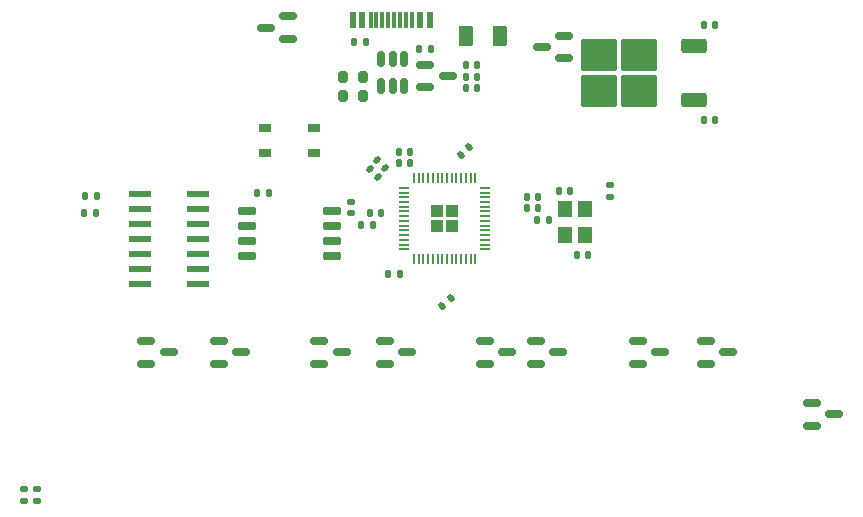
<source format=gbr>
%TF.GenerationSoftware,KiCad,Pcbnew,7.0.10*%
%TF.CreationDate,2024-03-02T05:30:57-08:00*%
%TF.ProjectId,Axion-Board,4178696f-6e2d-4426-9f61-72642e6b6963,rev?*%
%TF.SameCoordinates,Original*%
%TF.FileFunction,Paste,Top*%
%TF.FilePolarity,Positive*%
%FSLAX46Y46*%
G04 Gerber Fmt 4.6, Leading zero omitted, Abs format (unit mm)*
G04 Created by KiCad (PCBNEW 7.0.10) date 2024-03-02 05:30:57*
%MOMM*%
%LPD*%
G01*
G04 APERTURE LIST*
G04 Aperture macros list*
%AMRoundRect*
0 Rectangle with rounded corners*
0 $1 Rounding radius*
0 $2 $3 $4 $5 $6 $7 $8 $9 X,Y pos of 4 corners*
0 Add a 4 corners polygon primitive as box body*
4,1,4,$2,$3,$4,$5,$6,$7,$8,$9,$2,$3,0*
0 Add four circle primitives for the rounded corners*
1,1,$1+$1,$2,$3*
1,1,$1+$1,$4,$5*
1,1,$1+$1,$6,$7*
1,1,$1+$1,$8,$9*
0 Add four rect primitives between the rounded corners*
20,1,$1+$1,$2,$3,$4,$5,0*
20,1,$1+$1,$4,$5,$6,$7,0*
20,1,$1+$1,$6,$7,$8,$9,0*
20,1,$1+$1,$8,$9,$2,$3,0*%
G04 Aperture macros list end*
%ADD10RoundRect,0.135000X0.185000X-0.135000X0.185000X0.135000X-0.185000X0.135000X-0.185000X-0.135000X0*%
%ADD11RoundRect,0.150000X-0.587500X-0.150000X0.587500X-0.150000X0.587500X0.150000X-0.587500X0.150000X0*%
%ADD12RoundRect,0.140000X-0.021213X0.219203X-0.219203X0.021213X0.021213X-0.219203X0.219203X-0.021213X0*%
%ADD13RoundRect,0.140000X0.219203X0.021213X0.021213X0.219203X-0.219203X-0.021213X-0.021213X-0.219203X0*%
%ADD14RoundRect,0.150000X0.587500X0.150000X-0.587500X0.150000X-0.587500X-0.150000X0.587500X-0.150000X0*%
%ADD15RoundRect,0.200000X0.200000X0.275000X-0.200000X0.275000X-0.200000X-0.275000X0.200000X-0.275000X0*%
%ADD16RoundRect,0.150000X-0.650000X-0.150000X0.650000X-0.150000X0.650000X0.150000X-0.650000X0.150000X0*%
%ADD17RoundRect,0.250000X-0.375000X-0.625000X0.375000X-0.625000X0.375000X0.625000X-0.375000X0.625000X0*%
%ADD18RoundRect,0.250000X0.292217X-0.292217X0.292217X0.292217X-0.292217X0.292217X-0.292217X-0.292217X0*%
%ADD19RoundRect,0.050000X0.050000X-0.387500X0.050000X0.387500X-0.050000X0.387500X-0.050000X-0.387500X0*%
%ADD20RoundRect,0.050000X0.387500X-0.050000X0.387500X0.050000X-0.387500X0.050000X-0.387500X-0.050000X0*%
%ADD21RoundRect,0.140000X-0.140000X-0.170000X0.140000X-0.170000X0.140000X0.170000X-0.140000X0.170000X0*%
%ADD22RoundRect,0.140000X0.140000X0.170000X-0.140000X0.170000X-0.140000X-0.170000X0.140000X-0.170000X0*%
%ADD23RoundRect,0.135000X0.135000X0.185000X-0.135000X0.185000X-0.135000X-0.185000X0.135000X-0.185000X0*%
%ADD24RoundRect,0.135000X-0.135000X-0.185000X0.135000X-0.185000X0.135000X0.185000X-0.135000X0.185000X0*%
%ADD25RoundRect,0.150000X0.150000X-0.512500X0.150000X0.512500X-0.150000X0.512500X-0.150000X-0.512500X0*%
%ADD26RoundRect,0.140000X0.021213X-0.219203X0.219203X-0.021213X-0.021213X0.219203X-0.219203X0.021213X0*%
%ADD27R,1.050000X0.650000*%
%ADD28R,1.200000X1.400000*%
%ADD29R,0.600000X1.450000*%
%ADD30R,0.300000X1.450000*%
%ADD31RoundRect,0.140000X0.170000X-0.140000X0.170000X0.140000X-0.170000X0.140000X-0.170000X-0.140000X0*%
%ADD32R,1.981200X0.558800*%
%ADD33RoundRect,0.250000X0.850000X0.350000X-0.850000X0.350000X-0.850000X-0.350000X0.850000X-0.350000X0*%
%ADD34RoundRect,0.250000X1.275000X1.125000X-1.275000X1.125000X-1.275000X-1.125000X1.275000X-1.125000X0*%
G04 APERTURE END LIST*
D10*
%TO.C,R2*%
X152750000Y-75540000D03*
X152750000Y-74520000D03*
%TD*%
D11*
%TO.C,Q2*%
X128150000Y-87750000D03*
X128150000Y-89650000D03*
X130025000Y-88700000D03*
%TD*%
%TO.C,Q6*%
X142175000Y-87750000D03*
X142175000Y-89650000D03*
X144050000Y-88700000D03*
%TD*%
D12*
%TO.C,C12*%
X139250000Y-84050000D03*
X138571178Y-84728822D03*
%TD*%
D10*
%TO.C,R10*%
X103167500Y-101320000D03*
X103167500Y-100300000D03*
%TD*%
D13*
%TO.C,C8*%
X133700000Y-73050000D03*
X133021178Y-72371178D03*
%TD*%
D11*
%TO.C,U4*%
X137125000Y-64350000D03*
X137125000Y-66250000D03*
X139000000Y-65300000D03*
%TD*%
D14*
%TO.C,Q9*%
X125500000Y-62150000D03*
X125500000Y-60250000D03*
X123625000Y-61200000D03*
%TD*%
D15*
%TO.C,R6*%
X131800000Y-67000000D03*
X130150000Y-67000000D03*
%TD*%
D11*
%TO.C,Q5*%
X146492500Y-87750000D03*
X146492500Y-89650000D03*
X148367500Y-88700000D03*
%TD*%
D16*
%TO.C,U1*%
X122000000Y-76690000D03*
X122000000Y-77960000D03*
X122000000Y-79230000D03*
X122000000Y-80500000D03*
X129200000Y-80500000D03*
X129200000Y-79230000D03*
X129200000Y-77960000D03*
X129200000Y-76690000D03*
%TD*%
D17*
%TO.C,F1*%
X140600000Y-61900000D03*
X143400000Y-61900000D03*
%TD*%
D13*
%TO.C,C4*%
X133078822Y-73878822D03*
X132400000Y-73200000D03*
%TD*%
D18*
%TO.C,U3*%
X138112500Y-78000000D03*
X139387500Y-78000000D03*
X138112500Y-76725000D03*
X139387500Y-76725000D03*
D19*
X136150000Y-80800000D03*
X136550000Y-80800000D03*
X136950000Y-80800000D03*
X137350000Y-80800000D03*
X137750000Y-80800000D03*
X138150000Y-80800000D03*
X138550000Y-80800000D03*
X138950000Y-80800000D03*
X139350000Y-80800000D03*
X139750000Y-80800000D03*
X140150000Y-80800000D03*
X140550000Y-80800000D03*
X140950000Y-80800000D03*
X141350000Y-80800000D03*
D20*
X142187500Y-79962500D03*
X142187500Y-79562500D03*
X142187500Y-79162500D03*
X142187500Y-78762500D03*
X142187500Y-78362500D03*
X142187500Y-77962500D03*
X142187500Y-77562500D03*
X142187500Y-77162500D03*
X142187500Y-76762500D03*
X142187500Y-76362500D03*
X142187500Y-75962500D03*
X142187500Y-75562500D03*
X142187500Y-75162500D03*
X142187500Y-74762500D03*
D19*
X141350000Y-73925000D03*
X140950000Y-73925000D03*
X140550000Y-73925000D03*
X140150000Y-73925000D03*
X139750000Y-73925000D03*
X139350000Y-73925000D03*
X138950000Y-73925000D03*
X138550000Y-73925000D03*
X138150000Y-73925000D03*
X137750000Y-73925000D03*
X137350000Y-73925000D03*
X136950000Y-73925000D03*
X136550000Y-73925000D03*
X136150000Y-73925000D03*
D20*
X135312500Y-74762500D03*
X135312500Y-75162500D03*
X135312500Y-75562500D03*
X135312500Y-75962500D03*
X135312500Y-76362500D03*
X135312500Y-76762500D03*
X135312500Y-77162500D03*
X135312500Y-77562500D03*
X135312500Y-77962500D03*
X135312500Y-78362500D03*
X135312500Y-78762500D03*
X135312500Y-79162500D03*
X135312500Y-79562500D03*
X135312500Y-79962500D03*
%TD*%
D21*
%TO.C,C2*%
X149950000Y-80480000D03*
X150910000Y-80480000D03*
%TD*%
D22*
%TO.C,C14*%
X135820000Y-71725000D03*
X134860000Y-71725000D03*
%TD*%
D21*
%TO.C,C10*%
X145700000Y-76470000D03*
X146660000Y-76470000D03*
%TD*%
D15*
%TO.C,R5*%
X131800000Y-65400000D03*
X130150000Y-65400000D03*
%TD*%
D23*
%TO.C,R1*%
X123910000Y-75160000D03*
X122890000Y-75160000D03*
%TD*%
D11*
%TO.C,Q8*%
X155100000Y-87750000D03*
X155100000Y-89650000D03*
X156975000Y-88700000D03*
%TD*%
D22*
%TO.C,C15*%
X134950000Y-82050000D03*
X133990000Y-82050000D03*
%TD*%
%TO.C,C13*%
X133400000Y-76900000D03*
X132440000Y-76900000D03*
%TD*%
D24*
%TO.C,R3*%
X136600000Y-63000000D03*
X137620000Y-63000000D03*
%TD*%
D22*
%TO.C,C17*%
X141500000Y-66350000D03*
X140540000Y-66350000D03*
%TD*%
%TO.C,C16*%
X141500000Y-64350000D03*
X140540000Y-64350000D03*
%TD*%
D25*
%TO.C,U2*%
X133400000Y-66100000D03*
X134350000Y-66100000D03*
X135300000Y-66100000D03*
X135300000Y-63825000D03*
X134350000Y-63825000D03*
X133400000Y-63825000D03*
%TD*%
D23*
%TO.C,R7*%
X147580000Y-77520000D03*
X146560000Y-77520000D03*
%TD*%
D22*
%TO.C,C5*%
X132650000Y-77925000D03*
X131690000Y-77925000D03*
%TD*%
D21*
%TO.C,C18*%
X160700000Y-69015000D03*
X161660000Y-69015000D03*
%TD*%
D11*
%TO.C,Q3*%
X113500000Y-87750000D03*
X113500000Y-89650000D03*
X115375000Y-88700000D03*
%TD*%
D26*
%TO.C,C11*%
X140150000Y-72000000D03*
X140828822Y-71321178D03*
%TD*%
D11*
%TO.C,Q10*%
X169850000Y-93000000D03*
X169850000Y-94900000D03*
X171725000Y-93950000D03*
%TD*%
D14*
%TO.C,Q11*%
X148867500Y-63800000D03*
X148867500Y-61900000D03*
X146992500Y-62850000D03*
%TD*%
D21*
%TO.C,C19*%
X160685000Y-60990000D03*
X161645000Y-60990000D03*
%TD*%
D10*
%TO.C,R11*%
X104217500Y-101320000D03*
X104217500Y-100300000D03*
%TD*%
D22*
%TO.C,C9*%
X135820000Y-72700000D03*
X134860000Y-72700000D03*
%TD*%
D24*
%TO.C,R8*%
X108222500Y-76875000D03*
X109242500Y-76875000D03*
%TD*%
D27*
%TO.C,SW1*%
X123520000Y-69670000D03*
X127670000Y-69670000D03*
X123520000Y-71820000D03*
X127670000Y-71820000D03*
%TD*%
D28*
%TO.C,Y1*%
X148950000Y-76530000D03*
X148950000Y-78730000D03*
X150650000Y-78730000D03*
X150650000Y-76530000D03*
%TD*%
D29*
%TO.C,J1*%
X137480000Y-60595000D03*
X136680000Y-60595000D03*
D30*
X135480000Y-60595000D03*
X134480000Y-60595000D03*
X133980000Y-60595000D03*
X132980000Y-60595000D03*
D29*
X131780000Y-60595000D03*
X130980000Y-60595000D03*
X130980000Y-60595000D03*
X131780000Y-60595000D03*
D30*
X132480000Y-60595000D03*
X133480000Y-60595000D03*
X134980000Y-60595000D03*
X135980000Y-60595000D03*
D29*
X136680000Y-60595000D03*
X137480000Y-60595000D03*
%TD*%
D21*
%TO.C,C7*%
X140540000Y-65350000D03*
X141500000Y-65350000D03*
%TD*%
D31*
%TO.C,C1*%
X130800000Y-76910000D03*
X130800000Y-75950000D03*
%TD*%
D23*
%TO.C,R4*%
X132100000Y-62400000D03*
X131080000Y-62400000D03*
%TD*%
D11*
%TO.C,Q7*%
X160875000Y-87750000D03*
X160875000Y-89650000D03*
X162750000Y-88700000D03*
%TD*%
D21*
%TO.C,C6*%
X145700000Y-75500000D03*
X146660000Y-75500000D03*
%TD*%
D32*
%TO.C,U5*%
X117900000Y-82890000D03*
X117900000Y-81620000D03*
X117900000Y-80350000D03*
X117900000Y-79080000D03*
X117900000Y-77810000D03*
X117900000Y-76540000D03*
X117900000Y-75270000D03*
X112972400Y-75270000D03*
X112972400Y-76540000D03*
X112972400Y-77810000D03*
X112972400Y-79080000D03*
X112972400Y-80350000D03*
X112972400Y-81620000D03*
X112972400Y-82890000D03*
%TD*%
D21*
%TO.C,C3*%
X148420000Y-74990000D03*
X149380000Y-74990000D03*
%TD*%
D24*
%TO.C,R9*%
X108262500Y-75450000D03*
X109282500Y-75450000D03*
%TD*%
D33*
%TO.C,U6*%
X159825000Y-67305000D03*
D34*
X155200000Y-66550000D03*
X155200000Y-63500000D03*
X151850000Y-66550000D03*
X151850000Y-63500000D03*
D33*
X159825000Y-62745000D03*
%TD*%
D11*
%TO.C,Q1*%
X119625000Y-87750000D03*
X119625000Y-89650000D03*
X121500000Y-88700000D03*
%TD*%
%TO.C,Q4*%
X133667500Y-87750000D03*
X133667500Y-89650000D03*
X135542500Y-88700000D03*
%TD*%
M02*

</source>
